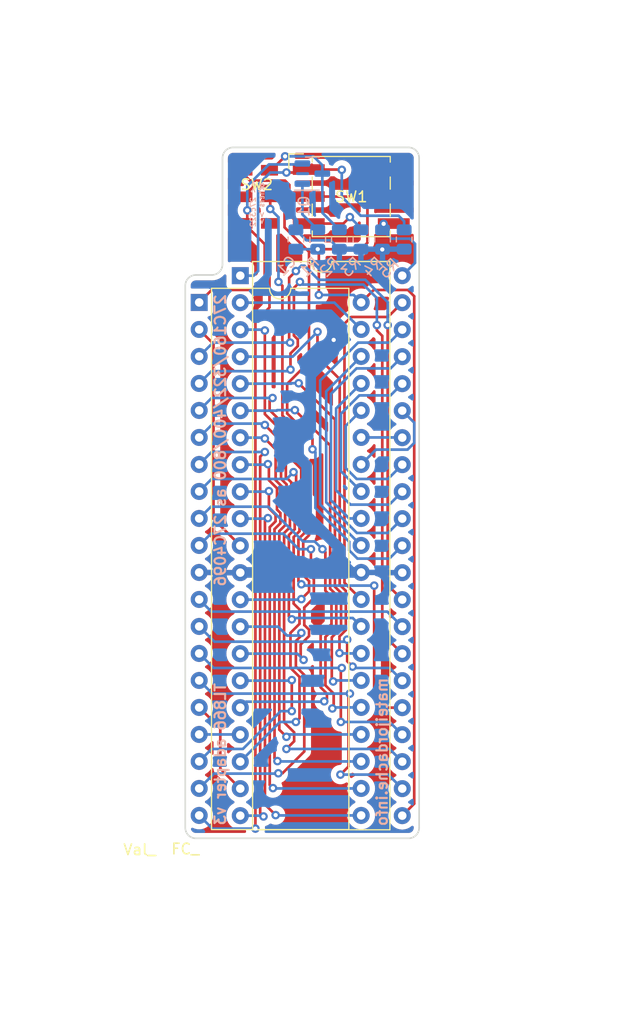
<source format=kicad_pcb>
(kicad_pcb (version 20211014) (generator pcbnew)
  (layers (0 "F.Cu" signal) (31 "B.Cu" signal) (34 "B.Paste" user) (35 "F.Paste" user) (36 "B.SilkS" user "B.Silkscreen") (37 "F.SilkS" user "F.Silkscreen") (38 "B.Mask" user) (39 "F.Mask" user) (44 "Edge.Cuts" user))
  (net 0 "")
  (net 1 "GND")
  (net 2 "VCC")
  (net 3 "/A18")
  (net 4 "/A17")
  (net 5 "/A7")
  (net 6 "/A6")
  (net 7 "/A5")
  (net 8 "/A4")
  (net 9 "/A3")
  (net 10 "/A2")
  (net 11 "/A1")
  (net 12 "/A0")
  (net 13 "/{slash}E")
  (net 14 "/{slash}GVpp")
  (net 15 "/Q0")
  (net 16 "/Q8")
  (net 17 "/Q1")
  (net 18 "/Q9")
  (net 19 "/Q2")
  (net 20 "/Q10")
  (net 21 "/Q3")
  (net 22 "/Q11")
  (net 23 "/Q4")
  (net 24 "/Q12")
  (net 25 "/Q5")
  (net 26 "/Q13")
  (net 27 "/Q6")
  (net 28 "/Q14")
  (net 29 "/Q7")
  (net 30 "/Q15")
  (net 31 "/A20")
  (net 32 "/A16")
  (net 33 "/A15")
  (net 34 "/A14")
  (net 35 "/A13")
  (net 36 "/A12")
  (net 37 "/A11")
  (net 38 "/A10")
  (net 39 "/A9")
  (net 40 "/A8")
  (net 41 "/A19")
  (net 42 "/Vpp")
  (net 43 "/{slash}OE")
  (net 44 "Net-(Q1-Pad1)")
  (net 45 "Net-(Q1-Pad3)")
  (net 46 "Net-(R3-Pad2)")
  (footprint "matei:tl866_27c322adapter" (layer "F.Cu") (at 127.2635 117.1215)
    (fp_text reference "FC_")
    (fp_text value "Val_")
    (fp_line (start 22 -64) (end 22 -1) (layer "Edge.Cuts") (width 0.15))
    (fp_line (start 0 -1) (end 0 -51.999998) (layer "Edge.Cuts") (width 0.15))
    (fp_line (start 3.5 -54) (end 3.5 -64) (layer "Edge.Cuts") (width 0.15))
    (fp_line (start 1 -53) (end 2.5 -53) (layer "Edge.Cuts") (width 0.15))
    (fp_line (start 4.5 -65) (end 21 -65) (layer "Edge.Cuts") (width 0.15))
    (fp_line (start 21 0) (end 1 0) (layer "Edge.Cuts") (width 0.15))
    (fp_arc (start 1 0) (mid 0.292893 -0.292893) (end 0 -1) (layer "Edge.Cuts") (width 0.15))
    (fp_arc (start 3.5 -54) (mid 3.207107 -53.292893) (end 2.5 -53) (layer "Edge.Cuts") (width 0.15))
    (fp_arc (start 3.5 -64) (mid 3.792893 -64.707107) (end 4.5 -65) (layer "Edge.Cuts") (width 0.15))
    (fp_arc (start 21 -65) (mid 21.707107 -64.707107) (end 22 -64) (layer "Edge.Cuts") (width 0.15))
    (fp_arc (start 22 -1) (mid 21.707107 -0.292893) (end 21 0) (layer "Edge.Cuts") (width 0.15))
    (fp_arc (start 0 -52) (mid 0.292893 -52.707107) (end 1 -53) (layer "Edge.Cuts") (width 0.15))
  )
  (footprint "matei:JS202011JCQN" (layer "F.Cu") (at 131.983 56.269 -90)
    (fp_text reference "SW2")
    (fp_text value "SW_Push_DPDT" hide)
  )
  (footprint "Button_Switch_SMD:Nidec_Copal_SH-7010B" (layer "F.Cu") (at 142.8763 56.7449)
    (fp_text reference "SW1")
    (fp_text value "SW_Coded_SH-7010")
  )
  (footprint "Package_DIP:DIP-42_W15.24mm" (layer "F.Cu") (at 132.4356 64.1858)
    (fp_text reference "J1" hide)
    (fp_text value "27C322")
  )
  (footprint "Package_DIP:DIP-40_W15.24mm" (layer "F.Cu") (at 128.5698 66.7054)
    (fp_text reference "J2" hide)
    (fp_text value "TL866_socket")
  )
  (footprint "Resistor_SMD:R_0805_2012Metric" (layer "B.Cu") (at 145.8214 60.7822 90)
    (fp_text reference "R4")
    (fp_text value "10k")
  )
  (footprint "Resistor_SMD:R_0805_2012Metric" (layer "B.Cu") (at 147.8534 60.7822 90)
    (fp_text reference "R5")
    (fp_text value "10k")
  )
  (footprint "Resistor_SMD:R_0805_2012Metric" (layer "B.Cu") (at 139.7254 60.7822 -90)
    (fp_text reference "R1")
    (fp_text value "330")
  )
  (footprint "Resistor_SMD:R_0805_2012Metric" (layer "B.Cu") (at 141.7574 60.7822 90)
    (fp_text reference "R2")
    (fp_text value "10k")
  )
  (footprint "Resistor_SMD:R_0805_2012Metric" (layer "B.Cu") (at 143.7894 60.7822 90)
    (fp_text reference "R3")
    (fp_text value "10k")
  )
  (footprint "Package_TO_SOT_SMD:SOT-23" (layer "B.Cu") (at 139.2174 54.5846)
    (fp_text reference "Q1")
    (fp_text value "MMBT3906")
  )
  (footprint "Resistor_SMD:R_0805_2012Metric" (layer "B.Cu") (at 137.668 60.7822 -90)
    (fp_text reference "C1")
    (fp_text value ".1uF")
  )
  (gr_text "mateijordache.info" (at 145.7706 101.9048 90) (layer "B.SilkS") (effects (font (size 1 1) (thickness 0.2)) (justify left mirror)))
  (gr_text "27C160/322/400/800 as 27C4096            TL866 adapter v3\n" (at 130.556 65.8368 90) (layer "B.SilkS") (effects (font (size 1 1) (thickness 0.2)) (justify left mirror)))
  (gr_text "<< 27c322\nothers >>" (at 134.0358 57.404 -270) (layer "B.SilkS") (effects (font (size 0.5 0.5) (thickness 0.1)) (justify mirror)))
  (segment (start 145.796 62.865) (end 145.034 63.627) (width 1) (layer "F.Cu") (net 1))
  (segment (start 141.224 64.516) (end 141.224 70.231) (width 1) (layer "F.Cu") (net 1))
  (segment (start 145.796 61.722) (end 145.796 62.865) (width 1) (layer "F.Cu") (net 1))
  (segment (start 142.113 63.627) (end 141.224 64.516) (width 1) (layer "F.Cu") (net 1))
  (segment (start 145.034 63.627) (end 142.113 63.627) (width 1) (layer "F.Cu") (net 1))
  (via (at 145.796 61.722) (size 0.8) (drill 0.4) (layers "F.Cu" "B.Cu") (net 1))
  (via (at 141.224 70.231) (size 0.8) (drill 0.4) (layers "F.Cu" "B.Cu") (net 1))
  (segment (start 142.9054 92.1054) (end 143.8098 92.1054) (width 1) (layer "B.Cu") (net 1))
  (segment (start 138.6555 60.8572) (end 140.9199 60.8572) (width 0.25) (layer "B.Cu") (net 1))
  (segment (start 139.065 73.533) (end 139.065 78.613) (width 1) (layer "B.Cu") (net 1))
  (segment (start 145.8214 61.6966) (end 145.8214 61.6947) (width 1) (layer "B.Cu") (net 1))
  (segment (start 141.8598 91.0598) (end 142.9054 92.1054) (width 1) (layer "B.Cu") (net 1))
  (segment (start 143.8098 92.1054) (end 132.456 92.1054) (width 1) (layer "B.Cu") (net 1))
  (segment (start 139.065 78.613) (end 137.922 79.756) (width 1) (layer "B.Cu") (net 1))
  (segment (start 132.456 92.1054) (end 132.4356 92.1258) (width 0.25) (layer "B.Cu") (net 1))
  (segment (start 140.9199 60.8572) (end 141.7574 61.6947) (width 0.25) (layer "B.Cu") (net 1))
  (segment (start 141.224 71.374) (end 139.065 73.533) (width 1) (layer "B.Cu") (net 1))
  (segment (start 137.922 79.756) (end 137.922 81.28) (width 1) (layer "B.Cu") (net 1))
  (segment (start 141.8598 89.9168) (end 141.8598 91.0598) (width 1) (layer "B.Cu") (net 1))
  (segment (start 145.796 61.722) (end 145.8214 61.6966) (width 1) (layer "B.Cu") (net 1))
  (segment (start 141.224 70.231) (end 141.224 71.374) (width 1) (layer "B.Cu") (net 1))
  (segment (start 138.679 86.736) (end 141.8598 89.9168) (width 1) (layer "B.Cu") (net 1))
  (segment (start 137.668 59.8697) (end 138.6555 60.8572) (width 0.25) (layer "B.Cu") (net 1))
  (segment (start 138.679 82.037) (end 138.679 86.736) (width 1) (layer "B.Cu") (net 1))
  (segment (start 137.922 81.28) (end 138.679 82.037) (width 1) (layer "B.Cu") (net 1))
  (segment (start 148.8006 66.1236) (end 148.209 65.532) (width 0.25) (layer "F.Cu") (net 2))
  (segment (start 148.8006 113.8608) (end 148.8006 66.1236) (width 0.25) (layer "F.Cu") (net 2))
  (segment (start 139.827 66.0013) (end 139.827 61.7963) (width 0.25) (layer "F.Cu") (net 2))
  (segment (start 139.827 61.7963) (end 139.7254 61.6947) (width 0.25) (layer "F.Cu") (net 2))
  (segment (start 144.399 61.087) (end 144.399 57.658) (width 0.25) (layer "F.Cu") (net 2))
  (segment (start 144.399 57.658) (end 145.3121 56.7449) (width 0.25) (layer "F.Cu") (net 2))
  (segment (start 148.209 65.532) (end 144.9832 65.532) (width 0.25) (layer "F.Cu") (net 2))
  (segment (start 147.6756 114.9858) (end 148.8006 113.8608) (width 0.25) (layer "F.Cu") (net 2))
  (segment (start 144.9832 65.532) (end 143.8098 66.7054) (width 0.25) (layer "F.Cu") (net 2))
  (segment (start 139.6263 56.7449) (end 146.1263 56.7449) (width 0.25) (layer "F.Cu") (net 2))
  (segment (start 139.7254 61.6947) (end 143.7913 61.6947) (width 0.25) (layer "F.Cu") (net 2))
  (segment (start 143.7913 61.6947) (end 144.399 61.087) (width 0.25) (layer "F.Cu") (net 2))
  (segment (start 145.3121 56.7449) (end 146.1263 56.7449) (width 0.25) (layer "F.Cu") (net 2))
  (via (at 139.7254 61.6947) (size 0.8) (drill 0.4) (layers "F.Cu" "B.Cu") (net 2))
  (via (at 139.827 66.0013) (size 0.8) (drill 0.4) (layers "F.Cu" "B.Cu") (net 2))
  (segment (start 137.668 61.6947) (end 139.7254 61.6947) (width 0.25) (layer "B.Cu") (net 2))
  (segment (start 143.1057 66.0013) (end 139.827 66.0013) (width 0.25) (layer "B.Cu") (net 2))
  (segment (start 143.8098 66.7054) (end 143.1057 66.0013) (width 0.25) (layer "B.Cu") (net 2))
  (segment (start 141.986 54.229) (end 141.9619 54.2049) (width 0.25) (layer "F.Cu") (net 3))
  (segment (start 136.779 54.483) (end 138.5982 54.483) (width 0.25) (layer "F.Cu") (net 3))
  (segment (start 139.6263 54.2049) (end 139.1659 53.7445) (width 0.25) (layer "F.Cu") (net 3))
  (segment (start 138.5982 54.483) (end 138.8763 54.2049) (width 0.25) (layer "F.Cu") (net 3))
  (segment (start 141.9619 54.2049) (end 138.8763 54.2049) (width 0.25) (layer "F.Cu") (net 3))
  (via (at 141.986 54.229) (size 0.8) (drill 0.4) (layers "F.Cu" "B.Cu") (net 3))
  (via (at 136.779 54.483) (size 0.8) (drill 0.4) (layers "F.Cu" "B.Cu") (net 3))
  (segment (start 134.112 55.626) (end 134.112 63.754) (width 0.25) (layer "B.Cu") (net 3))
  (segment (start 134.112 63.754) (end 133.6802 64.1858) (width 0.25) (layer "B.Cu") (net 3))
  (segment (start 147.8534 59.071095) (end 147.329305 58.547) (width 0.25) (layer "B.Cu") (net 3))
  (segment (start 147.8534 59.8697) (end 147.8534 59.071095) (width 0.25) (layer "B.Cu") (net 3))
  (segment (start 133.6802 64.1858) (end 132.4356 64.1858) (width 0.25) (layer "B.Cu") (net 3))
  (segment (start 141.986 56.769) (end 141.986 54.229) (width 0.25) (layer "B.Cu") (net 3))
  (segment (start 143.764 58.547) (end 141.986 56.769) (width 0.25) (layer "B.Cu") (net 3))
  (segment (start 132.4864 64.135) (end 132.4356 64.1858) (width 0.25) (layer "B.Cu") (net 3))
  (segment (start 135.255 54.483) (end 134.112 55.626) (width 0.25) (layer "B.Cu") (net 3))
  (segment (start 147.329305 58.547) (end 143.764 58.547) (width 0.25) (layer "B.Cu") (net 3))
  (segment (start 136.779 54.483) (end 135.255 54.483) (width 0.25) (layer "B.Cu") (net 3))
  (segment (start 132.4356 66.7258) (end 141.2902 66.7258) (width 0.25) (layer "B.Cu") (net 4))
  (segment (start 141.2902 66.7258) (end 143.8098 69.2454) (width 0.25) (layer "B.Cu") (net 4))
  (segment (start 136.721 79.180695) (end 134.747 77.206695) (width 0.25) (layer "F.Cu") (net 5))
  (segment (start 136.721 83.113507) (end 136.721 79.180695) (width 0.25) (layer "F.Cu") (net 5))
  (segment (start 137.24 83.632507) (end 136.721 83.113507) (width 0.25) (layer "F.Cu") (net 5))
  (segment (start 137.008 88.590389) (end 137.5575 88.040889) (width 0.25) (layer "F.Cu") (net 5))
  (segment (start 137.5575 85.949111) (end 137.24 85.631611) (width 0.25) (layer "F.Cu") (net 5))
  (segment (start 137.24 85.631611) (end 137.24 83.632507) (width 0.25) (layer "F.Cu") (net 5))
  (segment (start 137.5575 88.040889) (end 137.5575 85.949111) (width 0.25) (layer "F.Cu") (net 5))
  (segment (start 137.008 96.2403) (end 137.008 88.590389) (width 0.25) (layer "F.Cu") (net 5))
  (segment (start 137.283 96.5153) (end 137.008 96.2403) (width 0.25) (layer "F.Cu") (net 5))
  (segment (start 134.747 77.206695) (end 134.747 69.342) (width 0.25) (layer "F.Cu") (net 5))
  (via (at 137.283 96.5153) (size 0.8) (drill 0.4) (layers "F.Cu" "B.Cu") (net 5))
  (via (at 134.747 69.342) (size 0.8) (drill 0.4) (layers "F.Cu" "B.Cu") (net 5))
  (segment (start 143.0174 96.393) (end 143.8098 97.1854) (width 0.25) (layer "B.Cu") (net 5))
  (segment (start 137.283 96.5153) (end 137.4053 96.393) (width 0.25) (layer "B.Cu") (net 5))
  (segment (start 137.4053 96.393) (end 143.0174 96.393) (width 0.25) (layer "B.Cu") (net 5))
  (segment (start 134.747 69.342) (end 134.6708 69.2658) (width 0.25) (layer "B.Cu") (net 5))
  (segment (start 134.6708 69.2658) (end 132.4356 69.2658) (width 0.25) (layer "B.Cu") (net 5))
  (segment (start 139.7 71.8295) (end 141.79 73.9195) (width 0.25) (layer "F.Cu") (net 6))
  (segment (start 141.7695 98.124195) (end 141.7695 99.695) (width 0.25) (layer "F.Cu") (net 6))
  (segment (start 139.7 69.469) (end 139.7 71.8295) (width 0.25) (layer "F.Cu") (net 6))
  (segment (start 141.79 93.261996) (end 142.367 93.838996) (width 0.25) (layer "F.Cu") (net 6))
  (segment (start 142.367 97.526695) (end 141.7695 98.124195) (width 0.25) (layer "F.Cu") (net 6))
  (segment (start 141.79 73.9195) (end 141.79 93.261996) (width 0.25) (layer "F.Cu") (net 6))
  (segment (start 142.367 93.838996) (end 142.367 97.526695) (width 0.25) (layer "F.Cu") (net 6))
  (via (at 139.7 69.469) (size 0.8) (drill 0.4) (layers "F.Cu" "B.Cu") (net 6))
  (via (at 141.7695 99.695) (size 0.8) (drill 0.4) (layers "F.Cu" "B.Cu") (net 6))
  (segment (start 137.3632 71.8058) (end 132.4356 71.8058) (width 0.25) (layer "B.Cu") (net 6))
  (segment (start 139.7 69.469) (end 137.3632 71.8058) (width 0.25) (layer "B.Cu") (net 6))
  (segment (start 141.7999 99.7254) (end 143.8098 99.7254) (width 0.25) (layer "B.Cu") (net 6))
  (segment (start 141.7695 99.695) (end 141.7999 99.7254) (width 0.25) (layer "B.Cu") (net 6))
  (segment (start 141.0445 98.212799) (end 141.0445 102.2345) (width 0.25) (layer "F.Cu") (net 7))
  (segment (start 141.917 97.340299) (end 141.0445 98.212799) (width 0.25) (layer "F.Cu") (net 7))
  (segment (start 141.917 94.025392) (end 141.917 97.340299) (width 0.25) (layer "F.Cu") (net 7))
  (segment (start 137.930952 74.303952) (end 141.34 77.713) (width 0.25) (layer "F.Cu") (net 7))
  (segment (start 141.0445 102.2345) (end 141.172 102.362) (width 0.25) (layer "F.Cu") (net 7))
  (segment (start 141.34 93.448392) (end 141.917 94.025392) (width 0.25) (layer "F.Cu") (net 7))
  (segment (start 141.34 77.713) (end 141.34 93.448392) (width 0.25) (layer "F.Cu") (net 7))
  (via (at 137.930952 74.303952) (size 0.8) (drill 0.4) (layers "F.Cu" "B.Cu") (net 7))
  (via (at 141.172 102.362) (size 0.8) (drill 0.4) (layers "F.Cu" "B.Cu") (net 7))
  (segment (start 137.930952 74.303952) (end 137.278048 74.303952) (width 0.25) (layer "B.Cu") (net 7))
  (segment (start 141.2686 102.2654) (end 143.8098 102.2654) (width 0.25) (layer "B.Cu") (net 7))
  (segment (start 141.172 102.362) (end 141.2686 102.2654) (width 0.25) (layer "B.Cu") (net 7))
  (segment (start 137.2362 74.3458) (end 132.4356 74.3458) (width 0.25) (layer "B.Cu") (net 7))
  (segment (start 137.278048 74.303952) (end 137.2362 74.3458) (width 0.25) (layer "B.Cu") (net 7))
  (segment (start 141.467 97.153903) (end 140.447 98.173903) (width 0.25) (layer "F.Cu") (net 8))
  (segment (start 141.224 104.775) (end 141.097 104.902) (width 0.25) (layer "F.Cu") (net 8))
  (segment (start 140.89 80.1525) (end 140.89 93.634788) (width 0.25) (layer "F.Cu") (net 8))
  (segment (start 137.5725 76.835) (end 140.89 80.1525) (width 0.25) (layer "F.Cu") (net 8))
  (segment (start 140.447 102.728) (end 141.224 103.505) (width 0.25) (layer "F.Cu") (net 8))
  (segment (start 140.89 93.634788) (end 141.467 94.211788) (width 0.25) (layer "F.Cu") (net 8))
  (segment (start 141.467 94.211788) (end 141.467 97.153903) (width 0.25) (layer "F.Cu") (net 8))
  (segment (start 141.224 103.505) (end 141.224 104.775) (width 0.25) (layer "F.Cu") (net 8))
  (segment (start 140.447 98.173903) (end 140.447 102.728) (width 0.25) (layer "F.Cu") (net 8))
  (via (at 141.097 104.902) (size 0.8) (drill 0.4) (layers "F.Cu" "B.Cu") (net 8))
  (via (at 137.5725 76.835) (size 0.8) (drill 0.4) (layers "F.Cu" "B.Cu") (net 8))
  (segment (start 141.097 104.902) (end 141.1936 104.8054) (width 0.25) (layer "B.Cu") (net 8))
  (segment (start 135.91305 76.835) (end 135.86225 76.8858) (width 0.25) (layer "B.Cu") (net 8))
  (segment (start 141.1936 104.8054) (end 143.8098 104.8054) (width 0.25) (layer "B.Cu") (net 8))
  (segment (start 137.5725 76.835) (end 135.91305 76.835) (width 0.25) (layer "B.Cu") (net 8))
  (segment (start 135.86225 76.8858) (end 132.4356 76.8858) (width 0.25) (layer "B.Cu") (net 8))
  (segment (start 136.34 86.004403) (end 136.34 84.005299) (width 0.25) (layer "F.Cu") (net 9))
  (segment (start 136.6575 87.668097) (end 136.6575 86.321903) (width 0.25) (layer "F.Cu") (net 9))
  (segment (start 135.763 80.518) (end 134.747 79.502) (width 0.25) (layer "F.Cu") (net 9))
  (segment (start 136.6575 86.321903) (end 136.34 86.004403) (width 0.25) (layer "F.Cu") (net 9))
  (segment (start 136.779 107.569) (end 136.108 106.898) (width 0.25) (layer "F.Cu") (net 9))
  (segment (start 136.108 106.898) (end 136.108 88.217597) (width 0.25) (layer "F.Cu") (net 9))
  (segment (start 135.763 83.428299) (end 135.763 80.518) (width 0.25) (layer "F.Cu") (net 9))
  (segment (start 136.34 84.005299) (end 135.763 83.428299) (width 0.25) (layer "F.Cu") (net 9))
  (segment (start 136.108 88.217597) (end 136.6575 87.668097) (width 0.25) (layer "F.Cu") (net 9))
  (via (at 134.747 79.502) (size 0.8) (drill 0.4) (layers "F.Cu" "B.Cu") (net 9))
  (via (at 136.779 107.569) (size 0.8) (drill 0.4) (layers "F.Cu" "B.Cu") (net 9))
  (segment (start 136.779 107.569) (end 137.0026 107.3454) (width 0.25) (layer "B.Cu") (net 9))
  (segment (start 137.0026 107.3454) (end 143.8098 107.3454) (width 0.25) (layer "B.Cu") (net 9))
  (segment (start 134.747 79.502) (end 134.6708 79.4258) (width 0.25) (layer "B.Cu") (net 9))
  (segment (start 134.6708 79.4258) (end 132.4356 79.4258) (width 0.25) (layer "B.Cu") (net 9))
  (segment (start 136.2075 87.481701) (end 136.2075 86.508299) (width 0.25) (layer "F.Cu") (net 10))
  (segment (start 135.658 109.5805) (end 135.658 88.031201) (width 0.25) (layer "F.Cu") (net 10))
  (segment (start 135.9325 109.855) (end 135.658 109.5805) (width 0.25) (layer "F.Cu") (net 10))
  (segment (start 136.2075 86.508299) (end 135.89 86.190799) (width 0.25) (layer "F.Cu") (net 10))
  (segment (start 135.128 82.0105) (end 135.0325 81.915) (width 0.25) (layer "F.Cu") (net 10))
  (segment (start 135.89 84.191695) (end 135.128 83.429695) (width 0.25) (layer "F.Cu") (net 10))
  (segment (start 135.89 86.190799) (end 135.89 84.191695) (width 0.25) (layer "F.Cu") (net 10))
  (segment (start 135.128 83.429695) (end 135.128 82.0105) (width 0.25) (layer "F.Cu") (net 10))
  (segment (start 135.658 88.031201) (end 136.2075 87.481701) (width 0.25) (layer "F.Cu") (net 10))
  (via (at 135.9325 109.855) (size 0.8) (drill 0.4) (layers "F.Cu" "B.Cu") (net 10))
  (via (at 135.0325 81.915) (size 0.8) (drill 0.4) (layers "F.Cu" "B.Cu") (net 10))
  (segment (start 135.9629 109.8854) (end 143.8098 109.8854) (width 0.25) (layer "B.Cu") (net 10))
  (segment (start 134.9817 81.9658) (end 132.4356 81.9658) (width 0.25) (layer "B.Cu") (net 10))
  (segment (start 135.9325 109.855) (end 135.9629 109.8854) (width 0.25) (layer "B.Cu") (net 10))
  (segment (start 135.0325 81.915) (end 134.9817 81.9658) (width 0.25) (layer "B.Cu") (net 10))
  (segment (start 135.208 112.094) (end 135.208 87.844805) (width 0.25) (layer "F.Cu") (net 11))
  (segment (start 135.509 112.395) (end 135.208 112.094) (width 0.25) (layer "F.Cu") (net 11))
  (segment (start 135.7575 86.694695) (end 135.128 86.065195) (width 0.25) (layer "F.Cu") (net 11))
  (segment (start 135.7575 87.295305) (end 135.7575 86.694695) (width 0.25) (layer "F.Cu") (net 11))
  (segment (start 135.128 86.065195) (end 135.128 84.455) (width 0.25) (layer "F.Cu") (net 11))
  (segment (start 135.208 87.844805) (end 135.7575 87.295305) (width 0.25) (layer "F.Cu") (net 11))
  (via (at 135.509 112.395) (size 0.8) (drill 0.4) (layers "F.Cu" "B.Cu") (net 11))
  (via (at 135.128 84.455) (size 0.8) (drill 0.4) (layers "F.Cu" "B.Cu") (net 11))
  (segment (start 135.5394 112.4254) (end 143.8098 112.4254) (width 0.25) (layer "B.Cu") (net 11))
  (segment (start 135.0772 84.5058) (end 132.4356 84.5058) (width 0.25) (layer "B.Cu") (net 11))
  (segment (start 135.128 84.455) (end 135.0772 84.5058) (width 0.25) (layer "B.Cu") (net 11))
  (segment (start 135.509 112.395) (end 135.5394 112.4254) (width 0.25) (layer "B.Cu") (net 11))
  (segment (start 134.758 87.2695) (end 134.758 113.93) (width 0.25) (layer "F.Cu") (net 12))
  (segment (start 134.758 113.93) (end 135.763 114.935) (width 0.25) (layer "F.Cu") (net 12))
  (segment (start 135.0325 86.995) (end 134.758 87.2695) (width 0.25) (layer "F.Cu") (net 12))
  (via (at 135.0325 86.995) (size 0.8) (drill 0.4) (layers "F.Cu" "B.Cu") (net 12))
  (via (at 135.763 114.935) (size 0.8) (drill 0.4) (layers "F.Cu" "B.Cu") (net 12))
  (segment (start 135.763 114.935) (end 135.7934 114.9654) (width 0.25) (layer "B.Cu") (net 12))
  (segment (start 134.9817 87.0458) (end 132.4356 87.0458) (width 0.25) (layer "B.Cu") (net 12))
  (segment (start 135.7934 114.9654) (end 143.8098 114.9654) (width 0.25) (layer "B.Cu") (net 12))
  (segment (start 135.0325 86.995) (end 134.9817 87.0458) (width 0.25) (layer "B.Cu") (net 12))
  (segment (start 132.4356 89.5858) (end 129.921 87.0712) (width 0.25) (layer "F.Cu") (net 13))
  (segment (start 129.921 87.0712) (end 129.921 70.612) (width 0.25) (layer "F.Cu") (net 13))
  (segment (start 129.921 70.612) (end 128.5698 69.2608) (width 0.25) (layer "F.Cu") (net 13))
  (segment (start 128.5698 69.2608) (end 128.5698 69.2454) (width 0.25) (layer "F.Cu") (net 13))
  (segment (start 138.358 92.368195) (end 138.9075 92.917695) (width 0.25) (layer "F.Cu") (net 14))
  (segment (start 138.6205 85.102923) (end 138.9075 85.389923) (width 0.25) (layer "F.Cu") (net 14))
  (segment (start 136.398 65.138939) (end 136.398 77.343) (width 0.25) (layer "F.Cu") (net 14))
  (segment (start 138.9075 88.600077) (end 138.358 89.149577) (width 0.25) (layer "F.Cu") (net 14))
  (segment (start 138.9075 85.389923) (end 138.9075 88.600077) (width 0.25) (layer "F.Cu") (net 14))
  (segment (start 135.255 56.841) (end 135.183 56.769) (width 0.25) (layer "F.Cu") (net 14))
  (segment (start 138.9075 93.89) (end 138.1825 94.615) (width 0.25) (layer "F.Cu") (net 14))
  (segment (start 136.030025 64.770964) (end 136.398 65.138939) (width 0.25) (layer "F.Cu") (net 14))
  (segment (start 135.255 57.912) (end 135.255 56.841) (width 0.25) (layer "F.Cu") (net 14))
  (segment (start 138.358 89.149577) (end 138.358 92.368195) (width 0.25) (layer "F.Cu") (net 14))
  (segment (start 137.621 78.566) (end 137.621 81.179753) (width 0.25) (layer "F.Cu") (net 14))
  (segment (start 138.6205 82.179253) (end 138.6205 85.102923) (width 0.25) (layer "F.Cu") (net 14))
  (segment (start 137.621 81.179753) (end 138.6205 82.179253) (width 0.25) (layer "F.Cu") (net 14))
  (segment (start 138.9075 92.917695) (end 138.9075 93.89) (width 0.25) (layer "F.Cu") (net 14))
  (segment (start 136.398 77.343) (end 137.621 78.566) (width 0.25) (layer "F.Cu") (net 14))
  (via (at 135.255 57.912) (size 0.8) (drill 0.4) (layers "F.Cu" "B.Cu") (net 14))
  (via (at 138.1825 94.615) (size 0.8) (drill 0.4) (layers "F.Cu" "B.Cu") (net 14))
  (via (at 136.030025 64.770964) (size 0.8) (drill 0.4) (layers "F.Cu" "B.Cu") (net 14))
  (segment (start 136.030025 63.640025) (end 136.030025 58.687025) (width 0.25) (layer "B.Cu") (net 14))
  (segment (start 138.1825 94.615) (end 138.1317 94.6658) (width 0.25) (layer "B.Cu") (net 14))
  (segment (start 138.1317 94.6658) (end 132.4356 94.6658) (width 0.25) (layer "B.Cu") (net 14))
  (segment (start 136.030025 64.770964) (end 136.030025 63.640025) (width 0.25) (layer "B.Cu") (net 14))
  (segment (start 136.030025 58.687025) (end 135.255 57.912) (width 0.25) (layer "B.Cu") (net 14))
  (segment (start 138.180299 98.045902) (end 137.668 98.558201) (width 0.25) (layer "F.Cu") (net 15))
  (segment (start 138.458 108.947305) (end 136.407305 110.998) (width 0.25) (layer "F.Cu") (net 15))
  (segment (start 137.668 100.958299) (end 138.458 101.748299) (width 0.25) (layer "F.Cu") (net 15))
  (segment (start 137.668 98.558201) (end 137.668 100.958299) (width 0.25) (layer "F.Cu") (net 15))
  (segment (start 138.180299 97.794299) (end 138.180299 98.045902) (width 0.25) (layer "F.Cu") (net 15))
  (segment (start 136.407305 110.998) (end 136.017 110.998) (width 0.25) (layer "F.Cu") (net 15))
  (segment (start 138.458 101.748299) (end 138.458 108.947305) (width 0.25) (layer "F.Cu") (net 15))
  (via (at 136.017 110.998) (size 0.8) (drill 0.4) (layers "F.Cu" "B.Cu") (net 15))
  (via (at 138.180299 97.794299) (size 0.8) (drill 0.4) (layers "F.Cu" "B.Cu") (net 15))
  (segment (start 129.9644 111.0308) (end 128.5698 112.4254) (width 0.25) (layer "B.Cu") (net 15))
  (segment (start 135.9842 111.0308) (end 129.9644 111.0308) (width 0.25) (layer "B.Cu") (net 15))
  (segment (start 136.017 110.998) (end 135.9842 111.0308) (width 0.25) (layer "B.Cu") (net 15))
  (segment (start 137.930598 98.044) (end 136.835598 98.044) (width 0.25) (layer "B.Cu") (net 15))
  (segment (start 138.180299 97.794299) (end 137.930598 98.044) (width 0.25) (layer "B.Cu") (net 15))
  (segment (start 136.835598 98.044) (end 135.997398 97.2058) (width 0.25) (layer "B.Cu") (net 15))
  (segment (start 135.997398 97.2058) (end 132.4356 97.2058) (width 0.25) (layer "B.Cu") (net 15))
  (segment (start 138.4575 95.403104) (end 138.4575 97.069299) (width 0.25) (layer "F.Cu") (net 16))
  (segment (start 138.4575 97.069299) (end 138.480604 97.069299) (width 0.25) (layer "F.Cu") (net 16))
  (segment (start 138.118 98.881903) (end 138.118 100.0555) (width 0.25) (layer "F.Cu") (net 16))
  (segment (start 139.3575 94.503104) (end 138.4575 95.403104) (width 0.25) (layer "F.Cu") (net 16))
  (segment (start 139.0825 89.916) (end 139.0825 92.456299) (width 0.25) (layer "F.Cu") (net 16))
  (segment (start 139.3575 92.731299) (end 139.3575 94.503104) (width 0.25) (layer "F.Cu") (net 16))
  (segment (start 138.905299 98.094604) (end 138.118 98.881903) (width 0.25) (layer "F.Cu") (net 16))
  (segment (start 138.905299 97.493994) (end 138.905299 98.094604) (width 0.25) (layer "F.Cu") (net 16))
  (segment (start 139.0825 92.456299) (end 139.3575 92.731299) (width 0.25) (layer "F.Cu") (net 16))
  (segment (start 138.480604 97.069299) (end 138.905299 97.493994) (width 0.25) (layer "F.Cu") (net 16))
  (segment (start 138.118 100.0555) (end 138.3925 100.33) (width 0.25) (layer "F.Cu") (net 16))
  (via (at 138.3925 100.33) (size 0.8) (drill 0.4) (layers "F.Cu" "B.Cu") (net 16))
  (via (at 139.0825 89.916) (size 0.8) (drill 0.4) (layers "F.Cu" "B.Cu") (net 16))
  (segment (start 138.3925 100.33) (end 137.8083 99.7458) (width 0.25) (layer "B.Cu") (net 16))
  (segment (start 136.4823 88.4608) (end 129.6744 88.4608) (width 0.25) (layer "B.Cu") (net 16))
  (segment (start 139.0825 89.916) (end 137.9375 89.916) (width 0.25) (layer "B.Cu") (net 16))
  (segment (start 137.9375 89.916) (end 136.4823 88.4608) (width 0.25) (layer "B.Cu") (net 16))
  (segment (start 129.6744 88.4608) (end 128.5698 89.5654) (width 0.25) (layer "B.Cu") (net 16))
  (segment (start 137.8083 99.7458) (end 132.4356 99.7458) (width 0.25) (layer "B.Cu") (net 16))
  (segment (start 137.2825 105.156) (end 137.283 105.1555) (width 0.25) (layer "F.Cu") (net 17))
  (segment (start 137.283 105.1555) (end 137.283 102.235) (width 0.25) (layer "F.Cu") (net 17))
  (via (at 137.2825 105.156) (size 0.8) (drill 0.4) (layers "F.Cu" "B.Cu") (net 17))
  (via (at 137.283 102.235) (size 0.8) (drill 0.4) (layers "F.Cu" "B.Cu") (net 17))
  (segment (start 137.2825 105.156) (end 136.236391 105.156) (width 0.25) (layer "B.Cu") (net 17))
  (segment (start 129.7432 108.712) (end 128.5698 109.8854) (width 0.25) (layer "B.Cu") (net 17))
  (segment (start 137.283 102.235) (end 137.2322 102.2858) (width 0.25) (layer "B.Cu") (net 17))
  (segment (start 137.2322 102.2858) (end 132.4356 102.2858) (width 0.25) (layer "B.Cu") (net 17))
  (segment (start 136.236391 105.156) (end 132.680391 108.712) (width 0.25) (layer "B.Cu") (net 17))
  (segment (start 132.680391 108.712) (end 129.7432 108.712) (width 0.25) (layer "B.Cu") (net 17))
  (segment (start 141.017 96.967507) (end 139.997 97.987507) (width 0.25) (layer "F.Cu") (net 18))
  (segment (start 140.44 90.1905) (end 140.44 93.821184) (width 0.25) (layer "F.Cu") (net 18))
  (segment (start 140.1655 89.916) (end 140.44 90.1905) (width 0.25) (layer "F.Cu") (net 18))
  (segment (start 140.589 103.506396) (end 140.589 103.9755) (width 0.25) (layer "F.Cu") (net 18))
  (segment (start 140.589 103.9755) (end 140.335 104.2295) (width 0.25) (layer "F.Cu") (net 18))
  (segment (start 139.997 102.914396) (end 140.589 103.506396) (width 0.25) (layer "F.Cu") (net 18))
  (segment (start 139.997 97.987507) (end 139.997 102.914396) (width 0.25) (layer "F.Cu") (net 18))
  (segment (start 141.017 94.398184) (end 141.017 96.967507) (width 0.25) (layer "F.Cu") (net 18))
  (segment (start 140.44 93.821184) (end 141.017 94.398184) (width 0.25) (layer "F.Cu") (net 18))
  (via (at 140.335 104.2295) (size 0.8) (drill 0.4) (layers "F.Cu" "B.Cu") (net 18))
  (via (at 140.1655 89.916) (size 0.8) (drill 0.4) (layers "F.Cu" "B.Cu") (net 18))
  (segment (start 132.9944 104.267) (end 132.4356 104.8258) (width 0.25) (layer "B.Cu") (net 18))
  (segment (start 138.34 89.191) (end 135.0698 85.9208) (width 0.25) (layer "B.Cu") (net 18))
  (segment (start 139.4405 89.191) (end 138.34 89.191) (width 0.25) (layer "B.Cu") (net 18))
  (segment (start 140.1655 89.916) (end 139.4405 89.191) (width 0.25) (layer "B.Cu") (net 18))
  (segment (start 140.2975 104.267) (end 132.9944 104.267) (width 0.25) (layer "B.Cu") (net 18))
  (segment (start 129.6744 85.9208) (end 128.5698 87.0254) (width 0.25) (layer "B.Cu") (net 18))
  (segment (start 135.0698 85.9208) (end 129.6744 85.9208) (width 0.25) (layer "B.Cu") (net 18))
  (segment (start 140.335 104.2295) (end 140.2975 104.267) (width 0.25) (layer "B.Cu") (net 18))
  (segment (start 128.5698 107.3454) (end 132.4152 107.3454) (width 0.25) (layer "B.Cu") (net 19))
  (segment (start 132.4152 107.3454) (end 132.4356 107.3658) (width 0.25) (layer "B.Cu") (net 19))
  (segment (start 137.458 88.776785) (end 137.458 95.04) (width 0.25) (layer "F.Cu") (net 20))
  (segment (start 137.69 85.445215) (end 138.0075 85.762715) (width 0.25) (layer "F.Cu") (net 20))
  (segment (start 137.4455 82.665954) (end 137.69 82.910454) (width 0.25) (layer "F.Cu") (net 20))
  (segment (start 138.008 101.934695) (end 138.008 105.832) (width 0.25) (layer "F.Cu") (net 20))
  (segment (start 138.0075 85.762715) (end 138.0075 88.227285) (width 0.25) (layer "F.Cu") (net 20))
  (segment (start 137.16 97.79) (end 137.16 101.086695) (width 0.25) (layer "F.Cu") (net 20))
  (segment (start 138.008 105.832) (end 137.668 106.172) (width 0.25) (layer "F.Cu") (net 20))
  (segment (start 138.0075 88.227285) (end 137.458 88.776785) (width 0.25) (layer "F.Cu") (net 20))
  (segment (start 138.0075 96.9425) (end 137.16 97.79) (width 0.25) (layer "F.Cu") (net 20))
  (segment (start 137.458 95.04) (end 138.0075 95.5895) (width 0.25) (layer "F.Cu") (net 20))
  (segment (start 138.0075 95.5895) (end 138.0075 96.9425) (width 0.25) (layer "F.Cu") (net 20))
  (segment (start 137.16 101.086695) (end 138.008 101.934695) (width 0.25) (layer "F.Cu") (net 20))
  (segment (start 137.69 82.910454) (end 137.69 85.445215) (width 0.25) (layer "F.Cu") (net 20))
  (via (at 137.668 106.172) (size 0.8) (drill 0.4) (layers "F.Cu" "B.Cu") (net 20))
  (via (at 137.4455 82.665954) (size 0.8) (drill 0.4) (layers "F.Cu" "B.Cu") (net 20))
  (segment (start 136.1694 106.172) (end 132.4356 109.9058) (width 0.25) (layer "B.Cu") (net 20))
  (segment (start 129.7432 83.312) (end 128.5698 84.4854) (width 0.25) (layer "B.Cu") (net 20))
  (segment (start 137.4455 82.665954) (end 136.799454 83.312) (width 0.25) (layer "B.Cu") (net 20))
  (segment (start 136.799454 83.312) (end 129.7432 83.312) (width 0.25) (layer "B.Cu") (net 20))
  (segment (start 137.668 106.172) (end 136.1694 106.172) (width 0.25) (layer "B.Cu") (net 20))
  (segment (start 130.556 110.5662) (end 130.556 106.7916) (width 0.25) (layer "F.Cu") (net 21))
  (segment (start 132.4356 112.4458) (end 130.556 110.5662) (width 0.25) (layer "F.Cu") (net 21))
  (segment (start 130.556 106.7916) (end 128.5698 104.8054) (width 0.25) (layer "F.Cu") (net 21))
  (segment (start 134.308 114.75) (end 134.62 115.062) (width 0.25) (layer "F.Cu") (net 22))
  (segment (start 134.747 80.772) (end 134.308 81.211) (width 0.25) (layer "F.Cu") (net 22))
  (segment (start 134.308 81.211) (end 134.308 114.75) (width 0.25) (layer "F.Cu") (net 22))
  (via (at 134.62 115.062) (size 0.8) (drill 0.4) (layers "F.Cu" "B.Cu") (net 22))
  (via (at 134.747 80.772) (size 0.8) (drill 0.4) (layers "F.Cu" "B.Cu") (net 22))
  (segment (start 129.7432 80.772) (end 128.5698 81.9454) (width 0.25) (layer "B.Cu") (net 22))
  (segment (start 134.5438 114.9858) (end 134.62 115.062) (width 0.25) (layer "B.Cu") (net 22))
  (segment (start 132.4356 114.9858) (end 134.5438 114.9858) (width 0.25) (layer "B.Cu") (net 22))
  (segment (start 134.747 80.772) (end 129.7432 80.772) (width 0.25) (layer "B.Cu") (net 22))
  (segment (start 142.621 110.363) (end 141.859 111.125) (width 0.25) (layer "F.Cu") (net 23))
  (segment (start 142.621 103.632) (end 142.621 110.363) (width 0.25) (layer "F.Cu") (net 23))
  (segment (start 142.748 103.505) (end 142.621 103.632) (width 0.25) (layer "F.Cu") (net 23))
  (via (at 142.748 103.505) (size 0.8) (drill 0.4) (layers "F.Cu" "B.Cu") (net 23))
  (via (at 141.859 111.125) (size 0.8) (drill 0.4) (layers "F.Cu" "B.Cu") (net 23))
  (segment (start 141.859 111.125) (end 146.3548 111.125) (width 0.25) (layer "B.Cu") (net 23))
  (segment (start 146.3548 111.125) (end 147.6756 112.4458) (width 0.25) (layer "B.Cu") (net 23))
  (segment (start 129.8094 103.505) (end 128.5698 102.2654) (width 0.25) (layer "B.Cu") (net 23))
  (segment (start 142.748 103.505) (end 129.8094 103.505) (width 0.25) (layer "B.Cu") (net 23))
  (segment (start 137.504 107.151) (end 136.558 106.205) (width 0.25) (layer "F.Cu") (net 24))
  (segment (start 136.779 108.712) (end 137.504 107.987) (width 0.25) (layer "F.Cu") (net 24))
  (segment (start 137.1075 87.854493) (end 137.1075 86.135507) (width 0.25) (layer "F.Cu") (net 24))
  (segment (start 136.271 83.299903) (end 136.271 79.756) (width 0.25) (layer "F.Cu") (net 24))
  (segment (start 136.558 106.205) (end 136.558 88.403993) (width 0.25) (layer "F.Cu") (net 24))
  (segment (start 137.1075 86.135507) (end 136.79 85.818007) (width 0.25) (layer "F.Cu") (net 24))
  (segment (start 137.504 107.987) (end 137.504 107.151) (width 0.25) (layer "F.Cu") (net 24))
  (segment (start 136.79 83.818903) (end 136.271 83.299903) (width 0.25) (layer "F.Cu") (net 24))
  (segment (start 136.558 88.403993) (end 137.1075 87.854493) (width 0.25) (layer "F.Cu") (net 24))
  (segment (start 136.271 79.756) (end 134.747 78.232) (width 0.25) (layer "F.Cu") (net 24))
  (segment (start 136.79 85.818007) (end 136.79 83.818903) (width 0.25) (layer "F.Cu") (net 24))
  (via (at 136.779 108.712) (size 0.8) (drill 0.4) (layers "F.Cu" "B.Cu") (net 24))
  (via (at 134.747 78.232) (size 0.8) (drill 0.4) (layers "F.Cu" "B.Cu") (net 24))
  (segment (start 129.8702 78.105) (end 128.5698 79.4054) (width 0.25) (layer "B.Cu") (net 24))
  (segment (start 146.4818 108.712) (end 147.6756 109.9058) (width 0.25) (layer "B.Cu") (net 24))
  (segment (start 134.747 78.232) (end 134.62 78.105) (width 0.25) (layer "B.Cu") (net 24))
  (segment (start 136.779 108.712) (end 146.4818 108.712) (width 0.25) (layer "B.Cu") (net 24))
  (segment (start 134.62 78.105) (end 129.8702 78.105) (width 0.25) (layer "B.Cu") (net 24))
  (segment (start 141.8965 101.1815) (end 141.8965 106.172) (width 0.25) (layer "F.Cu") (net 25))
  (segment (start 141.986 101.092) (end 141.8965 101.1815) (width 0.25) (layer "F.Cu") (net 25))
  (via (at 141.8965 106.172) (size 0.8) (drill 0.4) (layers "F.Cu" "B.Cu") (net 25))
  (via (at 141.986 101.092) (size 0.8) (drill 0.4) (layers "F.Cu" "B.Cu") (net 25))
  (segment (start 129.9364 101.092) (end 128.5698 99.7254) (width 0.25) (layer "B.Cu") (net 25))
  (segment (start 141.8965 106.172) (end 146.4818 106.172) (width 0.25) (layer "B.Cu") (net 25))
  (segment (start 141.986 101.092) (end 129.9364 101.092) (width 0.25) (layer "B.Cu") (net 25))
  (segment (start 146.4818 106.172) (end 147.6756 107.3658) (width 0.25) (layer "B.Cu") (net 25))
  (segment (start 138.1705 85.289319) (end 138.1705 82.365649) (width 0.25) (layer "F.Cu") (net 26))
  (segment (start 138.1825 93.218) (end 137.908 92.9435) (width 0.25) (layer "F.Cu") (net 26))
  (segment (start 138.4575 85.576319) (end 138.1705 85.289319) (width 0.25) (layer "F.Cu") (net 26))
  (segment (start 138.4575 88.413681) (end 138.4575 85.576319) (width 0.25) (layer "F.Cu") (net 26))
  (segment (start 137.908 92.9435) (end 137.908 88.963181) (width 0.25) (layer "F.Cu") (net 26))
  (segment (start 138.1705 82.365649) (end 137.171 81.366149) (width 0.25) (layer "F.Cu") (net 26))
  (segment (start 145.542 104.394) (end 145.034 103.886) (width 0.25) (layer "F.Cu") (net 26))
  (segment (start 147.6756 104.8258) (end 145.9738 104.8258) (width 0.25) (layer "F.Cu") (net 26))
  (segment (start 135.197 75.9665) (end 135.4715 75.692) (width 0.25) (layer "F.Cu") (net 26))
  (segment (start 137.171 78.809) (end 135.197 76.835) (width 0.25) (layer "F.Cu") (net 26))
  (segment (start 135.197 76.835) (end 135.197 75.9665) (width 0.25) (layer "F.Cu") (net 26))
  (segment (start 145.9738 104.8258) (end 145.542 104.394) (width 0.25) (layer "F.Cu") (net 26))
  (segment (start 137.171 81.366149) (end 137.171 78.809) (width 0.25) (layer "F.Cu") (net 26))
  (segment (start 145.034 103.886) (end 145.034 93.345) (width 0.25) (layer "F.Cu") (net 26))
  (segment (start 137.908 88.963181) (end 138.4575 88.413681) (width 0.25) (layer "F.Cu") (net 26))
  (via (at 145.034 93.345) (size 0.8) (drill 0.4) (layers "F.Cu" "B.Cu") (net 26))
  (via (at 138.1825 93.218) (size 0.8) (drill 0.4) (layers "F.Cu" "B.Cu") (net 26))
  (via (at 135.4715 75.692) (size 0.8) (drill 0.4) (layers "F.Cu" "B.Cu") (net 26))
  (segment (start 129.7432 75.692) (end 128.5698 76.8654) (width 0.25) (layer "B.Cu") (net 26))
  (segment (start 135.4715 75.692) (end 129.7432 75.692) (width 0.25) (layer "B.Cu") (net 26))
  (segment (start 145.034 93.345) (end 138.3095 93.345) (width 0.25) (layer "B.Cu") (net 26))
  (segment (start 138.3095 93.345) (end 138.1825 93.218) (width 0.25) (layer "B.Cu") (net 26))
  (segment (start 142.494 100.457) (end 143.002 100.965) (width 0.25) (layer "F.Cu") (net 27))
  (segment (start 142.494 98.425) (end 142.494 100.457) (width 0.25) (layer "F.Cu") (net 27))
  (via (at 142.494 98.425) (size 0.8) (drill 0.4) (layers "F.Cu" "B.Cu") (net 27))
  (via (at 143.002 100.965) (size 0.8) (drill 0.4) (layers "F.Cu" "B.Cu") (net 27))
  (segment (start 130.0052 98.6208) (end 128.5698 97.1854) (width 0.25) (layer "B.Cu") (net 27))
  (segment (start 142.2982 98.6208) (end 130.0052 98.6208) (width 0.25) (layer "B.Cu") (net 27))
  (segment (start 143.002 100.965) (end 143.129 101.092) (width 0.25) (layer "B.Cu") (net 27))
  (segment (start 142.494 98.425) (end 142.2982 98.6208) (width 0.25) (layer "B.Cu") (net 27))
  (segment (start 146.4818 101.092) (end 147.6756 102.2858) (width 0.25) (layer "B.Cu") (net 27))
  (segment (start 143.129 101.092) (end 146.4818 101.092) (width 0.25) (layer "B.Cu") (net 27))
  (segment (start 145.288 69.342) (end 145.288 68.834) (width 0.25) (layer "F.Cu") (net 28))
  (segment (start 147.6756 99.7458) (end 145.796 97.8662) (width 0.25) (layer "F.Cu") (net 28))
  (segment (start 137.8475 70.8135) (end 137.16 71.501) (width 0.25) (layer "F.Cu") (net 28))
  (segment (start 137.8475 70.184695) (end 137.8475 70.8135) (width 0.25) (layer "F.Cu") (net 28))
  (segment (start 137.483 69.820195) (end 137.8475 70.184695) (width 0.25) (layer "F.Cu") (net 28))
  (segment (start 137.16 71.501) (end 137.16 73.025) (width 0.25) (layer "F.Cu") (net 28))
  (segment (start 138.049 64.77) (end 137.483 65.336) (width 0.25) (layer "F.Cu") (net 28))
  (segment (start 145.796 97.8662) (end 145.796 69.85) (width 0.25) (layer "F.Cu") (net 28))
  (segment (start 145.796 69.85) (end 145.542 69.596) (width 0.25) (layer "F.Cu") (net 28))
  (segment (start 145.542 69.596) (end 145.288 69.342) (width 0.25) (layer "F.Cu") (net 28))
  (segment (start 137.483 65.336) (end 137.483 69.820195) (width 0.25) (layer "F.Cu") (net 28))
  (via (at 138.049 64.77) (size 0.8) (drill 0.4) (layers "F.Cu" "B.Cu") (net 28))
  (via (at 145.288 68.834) (size 0.8) (drill 0.4) (layers "F.Cu" "B.Cu") (net 28))
  (via (at 137.16 73.025) (size 0.8) (drill 0.4) (layers "F.Cu" "B.Cu") (net 28))
  (segment (start 137.013599 73.171401) (end 129.723799 73.171401) (width 0.25) (layer "B.Cu") (net 28))
  (segment (start 144.018 65.024) (end 145.288 66.294) (width 0.25) (layer "B.Cu") (net 28))
  (segment (start 137.16 73.025) (end 137.013599 73.171401) (width 0.25) (layer "B.Cu") (net 28))
  (segment (start 138.049 64.77) (end 138.303 65.024) (width 0.25) (layer "B.Cu") (net 28))
  (segment (start 129.723799 73.171401) (end 128.5698 74.3254) (width 0.25) (layer "B.Cu") (net 28))
  (segment (start 138.303 65.024) (end 144.018 65.024) (width 0.25) (layer "B.Cu") (net 28))
  (segment (start 145.288 66.294) (end 145.288 68.834) (width 0.25) (layer "B.Cu") (net 28))
  (segment (start 146.2606 95.7908) (end 147.6756 97.2058) (width 0.25) (layer "B.Cu") (net 29))
  (segment (start 129.7152 95.7908) (end 146.2606 95.7908) (width 0.25) (layer "B.Cu") (net 29))
  (segment (start 128.5698 94.6454) (end 129.7152 95.7908) (width 0.25) (layer "B.Cu") (net 29))
  (segment (start 147.6756 94.6658) (end 146.304 93.2942) (width 0.25) (layer "F.Cu") (net 30))
  (segment (start 146.304 84.836) (end 146.304 68.834) (width 0.25) (layer "F.Cu") (net 30))
  (segment (start 137.033 70.3955) (end 137.1225 70.485) (width 0.25) (layer "F.Cu") (net 30))
  (segment (start 146.304 93.2942) (end 146.304 84.836) (width 0.25) (layer "F.Cu") (net 30))
  (segment (start 137.033 64.389) (end 137.033 70.3955) (width 0.25) (layer "F.Cu") (net 30))
  (segment (start 137.668 63.754) (end 137.033 64.389) (width 0.25) (layer "F.Cu") (net 30))
  (via (at 137.1225 70.485) (size 0.8) (drill 0.4) (layers "F.Cu" "B.Cu") (net 30))
  (via (at 146.304 68.834) (size 0.8) (drill 0.4) (layers "F.Cu" "B.Cu") (net 30))
  (via (at 137.668 63.754) (size 0.8) (drill 0.4) (layers "F.Cu" "B.Cu") (net 30))
  (segment (start 129.8702 70.485) (end 128.5698 71.7854) (width 0.25) (layer "B.Cu") (net 30))
  (segment (start 146.304 66.673604) (end 146.304 68.834) (width 0.25) (layer "B.Cu") (net 30))
  (segment (start 144.204396 64.574) (end 146.304 66.673604) (width 0.25) (layer "B.Cu") (net 30))
  (segment (start 137.668 63.754) (end 138.1765 63.2455) (width 0.25) (layer "B.Cu") (net 30))
  (segment (start 138.1765 63.2455) (end 138.476305 63.2455) (width 0.25) (layer "B.Cu") (net 30))
  (segment (start 139.804805 64.574) (end 144.204396 64.574) (width 0.25) (layer "B.Cu") (net 30))
  (segment (start 137.1225 70.485) (end 129.8702 70.485) (width 0.25) (layer "B.Cu") (net 30))
  (segment (start 138.476305 63.2455) (end 139.804805 64.574) (width 0.25) (layer "B.Cu") (net 30))
  (segment (start 138.901 72.309305) (end 136.848 74.362305) (width 0.25) (layer "F.Cu") (net 31))
  (segment (start 136.848 74.362305) (end 136.848 77.156604) (width 0.25) (layer "F.Cu") (net 31))
  (segment (start 132.783 56.769) (end 133.223 56.769) (width 0.25) (layer "F.Cu") (net 31))
  (segment (start 132.783 56.769) (end 132.783 56.701) (width 0.25) (layer "F.Cu") (net 31))
  (segment (start 136.6013 59.6393) (end 138.901 61.939) (width 0.25) (layer "F.Cu") (net 31))
  (segment (start 136.6013 56.2103) (end 136.6013 59.6393) (width 0.25) (layer "F.Cu") (net 31))
  (segment (start 136.144 55.753) (end 136.6013 56.2103) (width 0.25) (layer "F.Cu") (net 31))
  (segment (start 139.2295 79.538104) (end 139.2295 80.518) (width 0.25) (layer "F.Cu") (net 31))
  (segment (start 132.783 56.701) (end 133.731 55.753) (width 0.25) (layer "F.Cu") (net 31))
  (segment (start 136.848 77.156604) (end 139.2295 79.538104) (width 0.25) (layer "F.Cu") (net 31))
  (segment (start 138.901 61.939) (end 138.901 72.309305) (width 0.25) (layer "F.Cu") (net 31))
  (segment (start 133.731 55.753) (end 136.144 55.753) (width 0.25) (layer "F.Cu") (net 31))
  (via (at 139.2295 80.518) (size 0.8) (drill 0.4) (layers "F.Cu" "B.Cu") (net 31))
  (segment (start 139.504 86.037) (end 142.6848 89.2178) (width 0.25) (layer "B.Cu") (net 31))
  (segment (start 139.504 80.7925) (end 139.504 86.037) (width 0.25) (layer "B.Cu") (net 31))
  (segment (start 142.6848 90.031391) (end 143.458409 90.805) (width 0.25) (layer "B.Cu") (net 31))
  (segment (start 143.458409 90.805) (end 146.4564 90.805) (width 0.25) (layer "B.Cu") (net 31))
  (segment (start 139.2295 80.518) (end 139.504 80.7925) (width 0.25) (layer "B.Cu") (net 31))
  (segment (start 142.6848 89.2178) (end 142.6848 90.031391) (width 0.25) (layer "B.Cu") (net 31))
  (segment (start 146.4564 90.805) (end 147.6756 89.5858) (width 0.25) (layer "B.Cu") (net 31))
  (segment (start 143.8098 71.7854) (end 140.52 75.0752) (width 0.25) (layer "B.Cu") (net 32))
  (segment (start 140.52 85.503366) (end 143.408634 88.392) (width 0.25) (layer "B.Cu") (net 32))
  (segment (start 143.408634 88.392) (end 146.3294 88.392) (width 0.25) (layer "B.Cu") (net 32))
  (segment (start 146.3294 88.392) (end 147.6756 87.0458) (width 0.25) (layer "B.Cu") (net 32))
  (segment (start 140.52 75.0752) (end 140.52 85.503366) (width 0.25) (layer "B.Cu") (net 32))
  (segment (start 143.8098 74.3254) (end 141.456199 76.679001) (width 0.25) (layer "B.Cu") (net 33))
  (segment (start 141.456199 84.380401) (end 142.800798 85.725) (width 0.25) (layer "B.Cu") (net 33))
  (segment (start 146.4564 85.725) (end 147.6756 84.5058) (width 0.25) (layer "B.Cu") (net 33))
  (segment (start 141.456199 76.679001) (end 141.456199 84.380401) (width 0.25) (layer "B.Cu") (net 33))
  (segment (start 142.800798 85.725) (end 146.4564 85.725) (width 0.25) (layer "B.Cu") (net 33))
  (segment (start 147.6756 81.9658) (end 146.3294 83.312) (width 0.25) (layer "B.Cu") (net 34))
  (segment (start 142.356199 82.285199) (end 142.356199 78.319001) (width 0.25) (layer "B.Cu") (net 34))
  (segment (start 146.3294 83.312) (end 143.383 83.312) (width 0.25) (layer "B.Cu") (net 34))
  (segment (start 143.383 83.312) (end 142.356199 82.285199) (width 0.25) (layer "B.Cu") (net 34))
  (segment (start 142.356199 78.319001) (end 143.8098 76.8654) (width 0.25) (layer "B.Cu") (net 34))
  (segment (start 147.6552 79.4054) (end 147.6756 79.4258) (width 0.25) (layer "B.Cu") (net 35))
  (segment (start 143.8098 79.4054) (end 147.6552 79.4054) (width 0.25) (layer "B.Cu") (net 35))
  (segment (start 148.8006 78.0108) (end 147.6756 76.8858) (width 0.25) (layer "B.Cu") (net 36))
  (segment (start 148.8006 79.9264) (end 148.8006 78.0108) (width 0.25) (layer "B.Cu") (net 36))
  (segment (start 148.1762 80.5508) (end 148.8006 79.9264) (width 0.25) (layer "B.Cu") (net 36))
  (segment (start 145.2044 80.5508) (end 148.1762 80.5508) (width 0.25) (layer "B.Cu") (net 36))
  (segment (start 143.8098 81.9454) (end 145.2044 80.5508) (width 0.25) (layer "B.Cu") (net 36))
  (segment (start 141.906199 77.17801) (end 143.633809 75.4504) (width 0.25) (layer "B.Cu") (net 37))
  (segment (start 143.8098 84.4854) (end 141.906199 82.581799) (width 0.25) (layer "B.Cu") (net 37))
  (segment (start 143.633809 75.4504) (end 146.571 75.4504) (width 0.25) (layer "B.Cu") (net 37))
  (segment (start 146.571 75.4504) (end 147.6756 74.3458) (width 0.25) (layer "B.Cu") (net 37))
  (segment (start 141.906199 82.581799) (end 141.906199 77.17801) (width 0.25) (layer "B.Cu") (net 37))
  (segment (start 143.3706 72.9104) (end 146.571 72.9104) (width 0.25) (layer "B.Cu") (net 38))
  (segment (start 146.571 72.9104) (end 147.6756 71.8058) (width 0.25) (layer "B.Cu") (net 38))
  (segment (start 143.8098 87.0254) (end 142.67843 87.0254) (width 0.25) (layer "B.Cu") (net 38))
  (segment (start 140.97 75.311) (end 143.3706 72.9104) (width 0.25) (layer "B.Cu") (net 38))
  (segment (start 142.67843 87.0254) (end 140.97 85.31697) (width 0.25) (layer "B.Cu") (net 38))
  (segment (start 140.97 85.31697) (end 140.97 75.311) (width 0.25) (layer "B.Cu") (net 38))
  (segment (start 143.519209 70.485) (end 146.4564 70.485) (width 0.25) (layer "B.Cu") (net 39))
  (segment (start 139.954 85.7096) (end 139.954 74.050209) (width 0.25) (layer "B.Cu") (net 39))
  (segment (start 139.954 74.050209) (end 143.519209 70.485) (width 0.25) (layer "B.Cu") (net 39))
  (segment (start 143.8098 89.5654) (end 139.954 85.7096) (width 0.25) (layer "B.Cu") (net 39))
  (segment (start 146.4564 70.485) (end 147.6756 69.2658) (width 0.25) (layer "B.Cu") (net 39))
  (segment (start 147.6756 66.7258) (end 146.3294 68.072) (width 0.25) (layer "F.Cu") (net 40))
  (segment (start 142.24 68.707) (end 142.24 93.0756) (width 0.25) (layer "F.Cu") (net 40))
  (segment (start 146.3294 68.072) (end 142.875 68.072) (width 0.25) (layer "F.Cu") (net 40))
  (segment (start 142.875 68.072) (end 142.24 68.707) (width 0.25) (layer "F.Cu") (net 40))
  (segment (start 142.24 93.0756) (end 143.8098 94.6454) (width 0.25) (layer "F.Cu") (net 40))
  (segment (start 145.9471 59.2849) (end 146.8763 59.2849) (width 0.25) (layer "F.Cu") (net 41))
  (segment (start 145.923 59.309) (end 145.9471 59.2849) (width 0.25) (layer "F.Cu") (net 41))
  (via (at 145.923 59.309) (size 0.8) (drill 0.4) (layers "F.Cu" "B.Cu") (net 41))
  (segment (start 148.8784 61.194027) (end 148.8784 62.983) (width 0.25) (layer "B.Cu") (net 41))
  (segment (start 148.391573 60.7072) (end 148.8784 61.194027) (width 0.25) (layer "B.Cu") (net 41))
  (segment (start 145.8214 59.8697) (end 146.6589 60.7072) (width 0.25) (layer "B.Cu") (net 41))
  (segment (start 145.8214 59.4106) (end 145.8214 59.8697) (width 0.25) (layer "B.Cu") (net 41))
  (segment (start 146.6589 60.7072) (end 148.391573 60.7072) (width 0.25) (layer "B.Cu") (net 41))
  (segment (start 148.8784 62.983) (end 147.6756 64.1858) (width 0.25) (layer "B.Cu") (net 41))
  (segment (start 145.923 59.309) (end 145.8214 59.4106) (width 0.25) (layer "B.Cu") (net 41))
  (segment (start 129.7432 65.532) (end 133.477 65.532) (width 0.25) (layer "F.Cu") (net 42))
  (segment (start 128.5698 66.7054) (end 129.7432 65.532) (width 0.25) (layer "F.Cu") (net 42))
  (segment (start 134.733 64.276) (end 134.733 61.219) (width 0.25) (layer "F.Cu") (net 42))
  (segment (start 133.096 58.956) (end 132.783 59.269) (width 0.25) (layer "F.Cu") (net 42))
  (segment (start 133.477 65.532) (end 134.733 64.276) (width 0.25) (layer "F.Cu") (net 42))
  (segment (start 133.096 58.039) (end 133.096 58.956) (width 0.25) (layer "F.Cu") (net 42))
  (segment (start 134.733 61.219) (end 132.783 59.269) (width 0.25) (layer "F.Cu") (net 42))
  (via (at 133.096 58.039) (size 0.8) (drill 0.4) (layers "F.Cu" "B.Cu") (net 42))
  (segment (start 133.096 55.753) (end 133.096 58.039) (width 0.25) (layer "B.Cu") (net 42))
  (segment (start 135.128 53.721) (end 133.096 55.753) (width 0.25) (layer "B.Cu") (net 42))
  (segment (start 128.6206 66.7054) (end 128.5698 66.7054) (width 0.25) (layer "B.Cu") (net 42))
  (segment (start 138.2799 53.6346) (end 138.1935 53.721) (width 0.25) (layer "B.Cu") (net 42))
  (segment (start 138.1935 53.721) (end 135.128 53.721) (width 0.25) (layer "B.Cu") (net 42))
  (segment (start 133.858 68.50455) (end 133.858 116.205) (width 0.25) (layer "F.Cu") (net 43))
  (segment (start 135.183 67.17955) (end 133.858 68.50455) (width 0.25) (layer "F.Cu") (net 43))
  (segment (start 135.183 59.269) (end 135.183 67.17955) (width 0.25) (layer "F.Cu") (net 43))
  (via (at 133.858 116.205) (size 0.8) (drill 0.4) (layers "F.Cu" "B.Cu") (net 43))
  (segment (start 128.5698 114.9654) (end 129.8094 116.205) (width 0.25) (layer "B.Cu") (net 43))
  (segment (start 129.8094 116.205) (end 133.858 116.205) (width 0.25) (layer "B.Cu") (net 43))
  (segment (start 139.7254 59.8697) (end 138.2799 58.4242) (width 0.25) (layer "B.Cu") (net 44))
  (segment (start 138.2799 58.4242) (end 138.2799 55.5346) (width 0.25) (layer "B.Cu") (net 44))
  (segment (start 136.652 52.959) (end 135.342 54.269) (width 0.25) (layer "F.Cu") (net 45))
  (segment (start 135.342 54.269) (end 135.183 54.269) (width 0.25) (layer "F.Cu") (net 45))
  (via (at 136.652 52.959) (size 0.8) (drill 0.4) (layers "F.Cu" "B.Cu") (net 45))
  (segment (start 140.1549 53.7949) (end 140.1549 54.5846) (width 0.25) (layer "B.Cu") (net 45))
  (segment (start 140.1754 56.793704) (end 140.1754 58.2877) (width 0.25) (layer "B.Cu") (net 45))
  (segment (start 136.652 52.959) (end 139.319 52.959) (width 0.25) (layer "B.Cu") (net 45))
  (segment (start 140.1754 58.2877) (end 141.7574 59.8697) (width 0.25) (layer "B.Cu") (net 45))
  (segment (start 140.1549 54.5846) (end 140.1549 56.773204) (width 0.25) (layer "B.Cu") (net 45))
  (segment (start 140.1549 56.773204) (end 140.1754 56.793704) (width 0.25) (layer "B.Cu") (net 45))
  (segment (start 139.319 52.959) (end 140.1549 53.7949) (width 0.25) (layer "B.Cu") (net 45))
  (segment (start 132.783 54.269) (end 132.783 54.678) (width 0.25) (layer "F.Cu") (net 46))
  (segment (start 137.8979 59.2849) (end 138.8763 59.2849) (width 0.25) (layer "F.Cu") (net 46))
  (segment (start 137.0513 58.4383) (end 137.8979 59.2849) (width 0.25) (layer "F.Cu") (net 46))
  (segment (start 142.748 58.674) (end 142.1371 59.2849) (width 0.25) (layer "F.Cu") (net 46))
  (segment (start 136.652 55.245) (end 137.0513 55.6443) (width 0.25) (layer "F.Cu") (net 46))
  (segment (start 142.1371 59.2849) (end 139.6263 59.2849) (width 0.25) (layer "F.Cu") (net 46))
  (segment (start 137.0513 55.6443) (end 137.0513 58.4383) (width 0.25) (layer "F.Cu") (net 46))
  (segment (start 133.35 55.245) (end 136.652 55.245) (width 0.25) (layer "F.Cu") (net 46))
  (segment (start 132.783 54.678) (end 133.35 55.245) (width 0.25) (layer "F.Cu") (net 46))
  (via (at 142.748 58.674) (size 0.8) (drill 0.4) (layers "F.Cu" "B.Cu") (net 46))
  (segment (start 143.7894 59.8697) (end 143.7894 59.7154) (width 0.25) (layer "B.Cu") (net 46))
  (segment (start 143.7894 59.7154) (end 142.748 58.674) (width 0.25) (layer "B.Cu") (net 46))
  (zone (net 1) (net_name "GND") (layers F&B.Cu) (connect_pads (clearance 0.508)) (min_thickness 0.254) (fill yes (thermal_gap 0.508) (thermal_bridge_width 0.508) (island_removal_mode 1) (island_area_min 0))
    (polygon (pts (xy 169.037 134.239) (xy 109.8296 134.5946) (xy 110.49 38.8874) (xy 169.291 38.2524)))
  )
)
</source>
